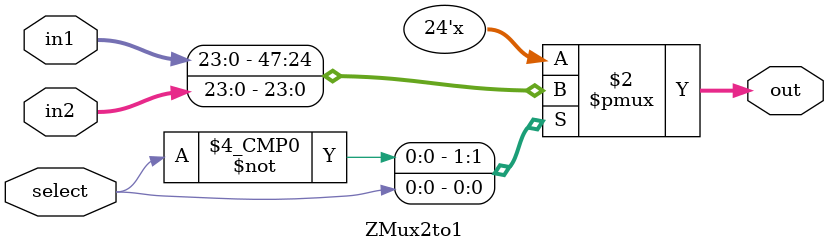
<source format=v>
`timescale 1ns / 1ps
module ZMux2to1(
	input select,
	input [23:0] in1,
	input [23:0] in2,
	output reg [23:0] out
    );
always @(*)
begin
	case(select)
		0:
			out<=in1;
		1:
			out<=in2;
	endcase
end
endmodule

</source>
